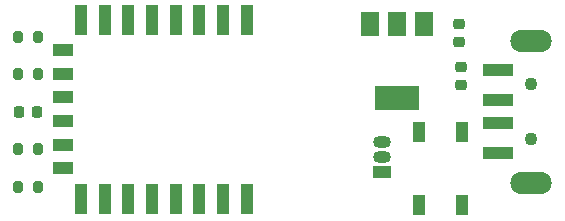
<source format=gts>
G04 #@! TF.GenerationSoftware,KiCad,Pcbnew,6.0.1-79c1e3a40b~116~ubuntu20.04.1*
G04 #@! TF.CreationDate,2022-01-20T10:05:24+01:00*
G04 #@! TF.ProjectId,usb,7573622e-6b69-4636-9164-5f7063625858,rev?*
G04 #@! TF.SameCoordinates,Original*
G04 #@! TF.FileFunction,Soldermask,Top*
G04 #@! TF.FilePolarity,Negative*
%FSLAX46Y46*%
G04 Gerber Fmt 4.6, Leading zero omitted, Abs format (unit mm)*
G04 Created by KiCad (PCBNEW 6.0.1-79c1e3a40b~116~ubuntu20.04.1) date 2022-01-20 10:05:24*
%MOMM*%
%LPD*%
G01*
G04 APERTURE LIST*
G04 Aperture macros list*
%AMRoundRect*
0 Rectangle with rounded corners*
0 $1 Rounding radius*
0 $2 $3 $4 $5 $6 $7 $8 $9 X,Y pos of 4 corners*
0 Add a 4 corners polygon primitive as box body*
4,1,4,$2,$3,$4,$5,$6,$7,$8,$9,$2,$3,0*
0 Add four circle primitives for the rounded corners*
1,1,$1+$1,$2,$3*
1,1,$1+$1,$4,$5*
1,1,$1+$1,$6,$7*
1,1,$1+$1,$8,$9*
0 Add four rect primitives between the rounded corners*
20,1,$1+$1,$2,$3,$4,$5,0*
20,1,$1+$1,$4,$5,$6,$7,0*
20,1,$1+$1,$6,$7,$8,$9,0*
20,1,$1+$1,$8,$9,$2,$3,0*%
G04 Aperture macros list end*
%ADD10C,1.100000*%
%ADD11R,2.500000X1.100000*%
%ADD12O,3.500000X1.900000*%
%ADD13R,1.000000X2.500000*%
%ADD14R,1.800000X1.000000*%
%ADD15RoundRect,0.200000X0.200000X0.275000X-0.200000X0.275000X-0.200000X-0.275000X0.200000X-0.275000X0*%
%ADD16R,1.500000X1.050000*%
%ADD17O,1.500000X1.050000*%
%ADD18RoundRect,0.218750X0.218750X0.256250X-0.218750X0.256250X-0.218750X-0.256250X0.218750X-0.256250X0*%
%ADD19RoundRect,0.225000X0.250000X-0.225000X0.250000X0.225000X-0.250000X0.225000X-0.250000X-0.225000X0*%
%ADD20R,1.500000X2.000000*%
%ADD21R,3.800000X2.000000*%
%ADD22R,1.100000X1.800000*%
G04 APERTURE END LIST*
D10*
X144050000Y-76698500D03*
X144050000Y-81298500D03*
D11*
X141300000Y-75498500D03*
X141300000Y-77998500D03*
X141300000Y-79998500D03*
X141300000Y-82498500D03*
D12*
X144050000Y-84998500D03*
X144050000Y-72998500D03*
D13*
X119980000Y-71200000D03*
X117980000Y-71200000D03*
X115980000Y-71200000D03*
X113980000Y-71200000D03*
X111980000Y-71200000D03*
X109980000Y-71200000D03*
X107980000Y-71200000D03*
X105980000Y-71200000D03*
D14*
X104480000Y-73800000D03*
X104480000Y-75800000D03*
X104480000Y-77800000D03*
X104480000Y-79800000D03*
X104480000Y-81800000D03*
X104480000Y-83800000D03*
D13*
X105980000Y-86400000D03*
X107980000Y-86400000D03*
X109980000Y-86400000D03*
X111980000Y-86400000D03*
X113980000Y-86400000D03*
X115980000Y-86400000D03*
X117980000Y-86400000D03*
X119980000Y-86400000D03*
D15*
X102295000Y-85344000D03*
X100645000Y-85344000D03*
D16*
X131470000Y-84110000D03*
D17*
X131470000Y-82840000D03*
X131470000Y-81570000D03*
D18*
X102257500Y-79017000D03*
X100682500Y-79017000D03*
D19*
X137950000Y-73135000D03*
X137950000Y-71585000D03*
D15*
X102295000Y-75833500D03*
X100645000Y-75833500D03*
D20*
X135030000Y-71540000D03*
D21*
X132730000Y-77840000D03*
D20*
X132730000Y-71540000D03*
X130430000Y-71540000D03*
D15*
X102295000Y-72690000D03*
X100645000Y-72690000D03*
D19*
X138120000Y-76775000D03*
X138120000Y-75225000D03*
D22*
X138250000Y-86910000D03*
X138250000Y-80710000D03*
X134550000Y-80710000D03*
X134550000Y-86910000D03*
D15*
X102295000Y-82200500D03*
X100645000Y-82200500D03*
M02*

</source>
